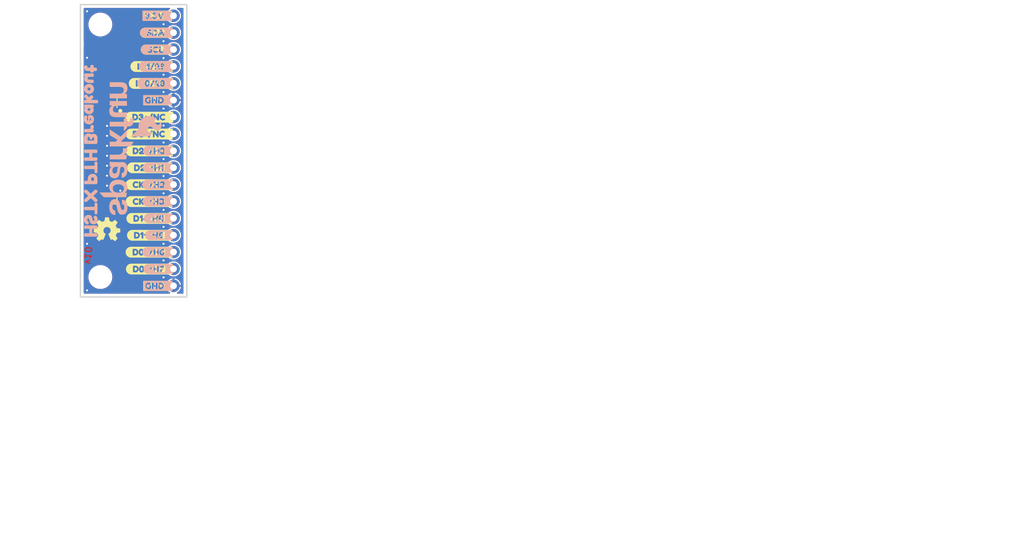
<source format=kicad_pcb>
(kicad_pcb (version 20240108) (generator "pcbnew") (generator_version "8.0")
  (title_block (title "SparkFun HSTX PTH Breakout") (rev "v10") (company "SparkFun Electronics") (comment 1 "Designed by: Alex Brudner"))
  (layers (0 "F.Cu" signal) (31 "B.Cu" signal) (35 "F.Paste" user) (36 "B.SilkS" user "B.Silkscreen") (37 "F.SilkS" user "F.Silkscreen") (38 "B.Mask" user) (39 "F.Mask" user) (44 "Edge.Cuts" user))
  (net 0 "")
  (net 1 "/D0-{slash}HSTX7")
  (net 2 "/D1-{slash}HSTX5")
  (net 3 "/3.3V")
  (net 4 "/D3-{slash}NC")
  (net 5 "GND")
  (net 6 "/D1+{slash}HSTX4")
  (net 7 "/IO0{slash}IO28")
  (net 8 "/CK-{slash}HSTX3")
  (net 9 "/SDA")
  (net 10 "/D0+{slash}HSTX6")
  (net 11 "/D3+{slash}NC")
  (net 12 "/IO1{slash}IO29")
  (net 13 "/CK+{slash}HSTX2")
  (net 14 "/D2+{slash}HSTX0")
  (net 15 "/SCL")
  (net 16 "/D2-{slash}HSTX1")
  (footprint "kibuzzard-67BF6AC0" (layer "F.Cu") (at 145.6 107.86)
    (property "Reference" "kibuzzard-67BF6AC0" (hide yes))
    (property "Value" "G***" (hide yes))
  )
  (footprint "kibuzzard-67BF6954" (layer "F.Cu") (at 146.4 100.24)
    (property "Reference" "kibuzzard-67BF6954" (hide yes))
    (property "Value" "G***" (hide yes))
  )
  (footprint "kibuzzard-67BF6A11" (layer "F.Cu") (at 145.3 125.64)
    (property "Reference" "kibuzzard-67BF6A11" (hide yes))
    (property "Value" "G***" (hide yes))
  )
  (footprint "SparkFun-Connector:1x17" (layer "F.Cu") (at 149 97.68 -90)
    (property "Reference" "J2")
    (property "Value" "Conn_01x17")
    (pad "1" thru_hole circle (at 0 0) (size 1.8796 1.8796) (drill 1.016) (layers "*.Cu" "*.Mask") (net 3 "/3.3V"))
    (pad "2" thru_hole circle (at 2.54 0) (size 1.8796 1.8796) (drill 1.016) (layers "*.Cu" "*.Mask") (net 9 "/SDA"))
    (pad "3" thru_hole circle (at 5.08 0) (size 1.8796 1.8796) (drill 1.016) (layers "*.Cu" "*.Mask") (net 15 "/SCL"))
    (pad "4" thru_hole circle (at 7.62 0) (size 1.8796 1.8796) (drill 1.016) (layers "*.Cu" "*.Mask") (net 12 "/IO1{slash}IO29"))
    (pad "5" thru_hole circle (at 10.16 0) (size 1.8796 1.8796) (drill 1.016) (layers "*.Cu" "*.Mask") (net 7 "/IO0{slash}IO28"))
    (pad "6" thru_hole circle (at 12.7 0) (size 1.8796 1.8796) (drill 1.016) (layers "*.Cu" "*.Mask") (net 5 "GND"))
    (pad "7" thru_hole circle (at 15.24 0) (size 1.8796 1.8796) (drill 1.016) (layers "*.Cu" "*.Mask") (net 11 "/D3+{slash}NC"))
    (pad "8" thru_hole circle (at 17.78 0) (size 1.8796 1.8796) (drill 1.016) (layers "*.Cu" "*.Mask") (net 4 "/D3-{slash}NC"))
    (pad "9" thru_hole circle (at 20.32 0) (size 1.8796 1.8796) (drill 1.016) (layers "*.Cu" "*.Mask") (net 14 "/D2+{slash}HSTX0"))
    (pad "10" thru_hole circle (at 22.86 0) (size 1.8796 1.8796) (drill 1.016) (layers "*.Cu" "*.Mask") (net 16 "/D2-{slash}HSTX1"))
    (pad "11" thru_hole circle (at 25.4 0) (size 1.8796 1.8796) (drill 1.016) (layers "*.Cu" "*.Mask") (net 13 "/CK+{slash}HSTX2"))
    (pad "12" thru_hole circle (at 27.94 0) (size 1.8796 1.8796) (drill 1.016) (layers "*.Cu" "*.Mask") (net 8 "/CK-{slash}HSTX3"))
    (pad "13" thru_hole circle (at 30.48 0) (size 1.8796 1.8796) (drill 1.016) (layers "*.Cu" "*.Mask") (net 6 "/D1+{slash}HSTX4"))
    (pad "14" thru_hole circle (at 33.02 0) (size 1.8796 1.8796) (drill 1.016) (layers "*.Cu" "*.Mask") (net 2 "/D1-{slash}HSTX5"))
    (pad "15" thru_hole circle (at 35.56 0) (size 1.8796 1.8796) (drill 1.016) (layers "*.Cu" "*.Mask") (net 10 "/D0+{slash}HSTX6"))
    (pad "16" thru_hole circle (at 38.1 0) (size 1.8796 1.8796) (drill 1.016) (layers "*.Cu" "*.Mask") (net 1 "/D0-{slash}HSTX7"))
    (pad "17" thru_hole circle (at 40.64 0) (size 1.8796 1.8796) (drill 1.016) (layers "*.Cu" "*.Mask") (net 5 "GND"))
  )
  (footprint "kibuzzard-67BF6A35" (layer "F.Cu") (at 145.3 133.26)
    (property "Reference" "kibuzzard-67BF6A35" (hide yes))
    (property "Value" "G***" (hide yes))
  )
  (footprint "SparkFun-Hardware:Standoff" (layer "F.Cu") (at 138 137)
    (property "Reference" "ST2")
    (property "Value" "Standoff")
    (pad "" np_thru_hole circle (at 0 0) (size 3.1 3.1) (drill 3.1) (layers "F&B.Cu" "*.Mask"))
  )
  (footprint "kibuzzard-67BF6A29" (layer "F.Cu") (at 145.3 130.72)
    (property "Reference" "kibuzzard-67BF6A29" (hide yes))
    (property "Value" "G***" (hide yes))
  )
  (footprint "SparkFun-Hardware:Standoff" (layer "F.Cu") (at 138 99)
    (property "Reference" "ST1")
    (property "Value" "Standoff")
    (pad "" np_thru_hole circle (at 0 0) (size 3.1 3.1) (drill 3.1) (layers "F&B.Cu" "*.Mask"))
  )
  (footprint "kibuzzard-67BF6A20" (layer "F.Cu") (at 145.3 128.18)
    (property "Reference" "kibuzzard-67BF6A20" (hide yes))
    (property "Value" "G***" (hide yes))
  )
  (footprint "SparkFun-Aesthetic:Fiducial_0.5mm_Mask1mm" (layer "F.Cu") (at 136 102)
    (property "Reference" "FID1")
    (property "Value" "Fiducial_0.5mm")
    (pad "" smd circle (at 0 0) (size 0.5 0.5) (layers "F.Cu" "F.Mask") (clearance 0.25))
  )
  (footprint "kibuzzard-67BF69ED" (layer "F.Cu") (at 145.35 120.56)
    (property "Reference" "kibuzzard-67BF69ED" (hide yes))
    (property "Value" "G***" (hide yes))
  )
  (footprint "kibuzzard-67BF6A06" (layer "F.Cu") (at 145.35 123.1)
    (property "Reference" "kibuzzard-67BF6A06" (hide yes))
    (property "Value" "G***" (hide yes))
  )
  (footprint "SparkFun-Aesthetic:SparkFun_Flame_5mm_Mask" (layer "F.Cu") (at 139 106)
    (property "Reference" "G***" (hide yes))
    (property "Value" "Flame" (hide yes))
  )
  (footprint "SparkFun-Aesthetic:Creative_Commons_License" (layer "F.Cu") (at 230 162.5)
    (property "Reference" "G2" (hide yes))
    (property "Value" "OSHW_Logo" (hide yes))
  )
  (footprint "kibuzzard-67BF6A49" (layer "F.Cu") (at 145.3 135.8)
    (property "Reference" "kibuzzard-67BF6A49" (hide yes))
    (property "Value" "G***" (hide yes))
  )
  (footprint "kibuzzard-67BF695F" (layer "F.Cu") (at 146.4 102.78)
    (property "Reference" "kibuzzard-67BF695F" (hide yes))
    (property "Value" "G***" (hide yes))
  )
  (footprint "kibuzzard-67BF6A52" (layer "F.Cu") (at 146.6 138.34)
    (property "Reference" "kibuzzard-67BF6A52" (hide yes))
    (property "Value" "G***" (hide yes))
  )
  (footprint "SparkFun-Connector:FPC_0.5mm-22_RA" (layer "F.Cu") (at 141 118 -90)
    (property "Reference" "J1")
    (property "Value" "Conn_01x22_FPC_0.5mm_RA")
    (pad "1" smd rect (at -5.25 0 90) (size 0.3 1.3) (layers "F.Cu" "F.Mask") (net 3 "/3.3V"))
    (pad "2" smd rect (at -4.75 0 90) (size 0.3 1.3) (layers "F.Cu" "F.Mask") (net 9 "/SDA"))
    (pad "3" smd rect (at -4.25 0 90) (size 0.3 1.3) (layers "F.Cu" "F.Mask") (net 15 "/SCL"))
    (pad "4" smd rect (at -3.75 0 90) (size 0.3 1.3) (layers "F.Cu" "F.Mask") (net 5 "GND"))
    (pad "5" smd rect (at -3.25 0 90) (size 0.3 1.3) (layers "F.Cu" "F.Mask") (net 12 "/IO1{slash}IO29"))
    (pad "6" smd rect (at -2.75 0 90) (size 0.3 1.3) (layers "F.Cu" "F.Mask") (net 7 "/IO0{slash}IO28"))
    (pad "7" smd rect (at -2.25 0 90) (size 0.3 1.3) (layers "F.Cu" "F.Mask") (net 5 "GND"))
    (pad "8" smd rect (at -1.75 0 90) (size 0.3 1.3) (layers "F.Cu" "F.Mask") (net 11 "/D3+{slash}NC"))
    (pad "9" smd rect (at -1.25 0 90) (size 0.3 1.3) (layers "F.Cu" "F.Mask") (net 4 "/D3-{slash}NC"))
    (pad "10" smd rect (at -0.75 0 90) (size 0.3 1.3) (layers "F.Cu" "F.Mask") (net 5 "GND"))
    (pad "11" smd rect (at -0.25 0 90) (size 0.3 1.3) (layers "F.Cu" "F.Mask") (net 14 "/D2+{slash}HSTX0"))
    (pad "12" smd rect (at 0.25 0 90) (size 0.3 1.3) (layers "F.Cu" "F.Mask") (net 16 "/D2-{slash}HSTX1"))
    (pad "13" smd rect (at 0.75 0 90) (size 0.3 1.3) (layers "F.Cu" "F.Mask") (net 5 "GND"))
    (pad "14" smd rect (at 1.25 0 90) (size 0.3 1.3) (layers "F.Cu" "F.Mask") (net 13 "/CK+{slash}HSTX2"))
    (pad "15" smd rect (at 1.75 0 90) (size 0.3 1.3) (layers "F.Cu" "F.Mask") (net 8 "/CK-{slash}HSTX3"))
    (pad "16" smd rect (at 2.25 0 90) (size 0.3 1.3) (layers "F.Cu" "F.Mask") (net 5 "GND"))
    (pad "17" smd rect (at 2.75 0 90) (size 0.3 1.3) (layers "F.Cu" "F.Mask") (net 6 "/D1+{slash}HSTX4"))
    (pad "18" smd rect (at 3.25 0 90) (size 0.3 1.3) (layers "F.Cu" "F.Mask") (net 2 "/D1-{slash}HSTX5"))
    (pad "19" smd rect (at 3.75 0 90) (size 0.3 1.3) (layers "F.Cu" "F.Mask") (net 5 "GND"))
    (pad "20" smd rect (at 4.25 0 90) (size 0.3 1.3) (layers "F.Cu" "F.Mask") (net 10 "/D0+{slash}HSTX6"))
    (pad "21" smd rect (at 4.75 0 90) (size 0.3 1.3) (layers "F.Cu" "F.Mask") (net 1 "/D0-{slash}HSTX7"))
    (pad "22" smd rect (at 5.25 0 90) (size 0.3 1.3) (layers "F.Cu" "F.Mask") (net 5 "GND"))
    (pad "NC" smd rect (at -6.95 2.68) (size 1.6 2) (layers "F.Cu" "F.Paste" "F.Mask"))
    (pad "NC" smd rect (at 6.95 2.68) (size 1.6 2) (layers "F.Cu" "F.Paste" "F.Mask"))
  )
  (footprint "kibuzzard-67BF6833" (layer "F.Cu") (at 146.6 97.68)
    (property "Reference" "kibuzzard-67BF6833" (hide yes))
    (property "Value" "G***" (hide yes))
  )
  (footprint "SparkFun-Aesthetic:OSHW_Logo_4mm" (layer "F.Cu") (at 139 130)
    (property "Reference" "Ref**" (hide yes))
    (property "Value" "Val**" (hide yes))
  )
  (footprint "kibuzzard-67BF69DC" (layer "F.Cu") (at 145.35 118.02)
    (property "Reference" "kibuzzard-67BF69DC" (hide yes))
    (property "Value" "G***" (hide yes))
  )
  (footprint "kibuzzard-67BF69C7" (layer "F.Cu") (at 145.35 115.48)
    (property "Reference" "kibuzzard-67BF69C7" (hide yes))
    (property "Value" "G***" (hide yes))
  )
  (footprint "kibuzzard-67BF699A" (layer "F.Cu") (at 146.6 110.4)
    (property "Reference" "kibuzzard-67BF699A" (hide yes))
    (property "Value" "G***" (hide yes))
  )
  (footprint "SparkFun-Aesthetic:Fiducial_0.5mm_Mask1mm" (layer "F.Cu") (at 141 135)
    (property "Reference" "FID2")
    (property "Value" "Fiducial_0.5mm")
    (pad "" smd circle (at 0 0) (size 0.5 0.5) (layers "F.Cu" "F.Mask") (clearance 0.25))
  )
  (footprint "kibuzzard-67BF697D" (layer "F.Cu") (at 145.7 105.32)
    (property "Reference" "kibuzzard-67BF697D" (hide yes))
    (property "Value" "G***" (hide yes))
  )
  (footprint "kibuzzard-67BF69B8" (layer "F.Cu") (at 145.35 112.94)
    (property "Reference" "kibuzzard-67BF69B8" (hide yes))
    (property "Value" "G***" (hide yes))
  )
  (footprint "kibuzzard-67BF6F48" (layer "B.Cu") (at 146.6 120.54 180)
    (property "Reference" "kibuzzard-67BF6F48" (hide yes))
    (property "Value" "G***" (hide yes))
  )
  (footprint "kibuzzard-67BF6F6F" (layer "B.Cu") (at 146.7 135.78 180)
    (property "Reference" "kibuzzard-67BF6F6F" (hide yes))
    (property "Value" "G***" (hide yes))
  )
  (footprint "kibuzzard-67BF6F54" (layer "B.Cu") (at 146.6 125.62 180)
    (property "Reference" "kibuzzard-67BF6F54" (hide yes))
    (property "Value" "G***" (hide yes))
  )
  (footprint "kibuzzard-67BF6D28" (layer "B.Cu") (at 146.4 100.22 180)
    (property "Reference" "kibuzzard-67BF6D28" (hide yes))
    (property "Value" "G***" (hide yes))
  )
  (footprint "kibuzzard-67BF6D37" (layer "B.Cu") (at 146.4 102.76 180)
    (property "Reference" "kibuzzard-67BF6D37" (hide yes))
    (property "Value" "G***" (hide yes))
  )
  (footprint "kibuzzard-67BF6D5F" (layer "B.Cu") (at 146.6 110.38 180)
    (property "Reference" "kibuzzard-67BF6D5F" (hide yes))
    (property "Value" "G***" (hide yes))
  )
  (footprint "kibuzzard-67BF6DE3" (layer "B.Cu") (at 146.7 138.32 180)
    (property "Reference" "kibuzzard-67BF6DE3" (hide yes))
    (property "Value" "G***" (hide yes))
  )
  (footprint "kibuzzard-67BF6FC2" (layer "B.Cu") (at 146.2 107.84 180)
    (property "Reference" "kibuzzard-67BF6FC2" (hide yes))
    (property "Value" "G***" (hide yes))
  )
  (footprint "kibuzzard-67BF6F6A" (layer "B.Cu") (at 146.6 133.24 180)
    (property "Reference" "kibuzzard-67BF6F6A" (hide yes))
    (property "Value" "G***" (hide yes))
  )
  (footprint "kibuzzard-67BF6F3F" (layer "B.Cu") (at 146.6 118 180)
    (property "Reference" "kibuzzard-67BF6F3F" (hide yes))
    (property "Value" "G***" (hide yes))
  )
  (footprint "kibuzzard-67BF6F60" (layer "B.Cu") (at 146.8 130.7 180)
    (property "Reference" "kibuzzard-67BF6F60" (hide yes))
    (property "Value" "G***" (hide yes))
  )
  (footprint "kibuzzard-67BF6752" (layer "B.Cu") (at 136.6 118 90)
    (property "Reference" "kibuzzard-67BF6752" (hide yes))
    (property "Value" "G***" (hide yes))
  )
  (footprint "kibuzzard-67BF6D17" (layer "B.Cu") (at 146.5 97.68 180)
    (property "Reference" "kibuzzard-67BF6D17" (hide yes))
    (property "Value" "G***" (hide yes))
  )
  (footprint "kibuzzard-67BF6FC7" (layer "B.Cu") (at 146.3 105.3 180)
    (property "Reference" "kibuzzard-67BF6FC7" (hide yes))
    (property "Value" "G***" (hide yes))
  )
  (footprint "kibuzzard-67BF6F4E" (layer "B.Cu") (at 146.6 123.08 180)
    (property "Reference" "kibuzzard-67BF6F4E" (hide yes))
    (property "Value" "G***" (hide yes))
  )
  (footprint "SparkFun-Aesthetic:SparkFun_Logo_20mm" (layer "B.Cu") (at 140.8 118 90)
    (property "Reference" "G***" (hide yes))
    (property "Value" "LOGO" (hide yes))
  )
  (footprint "kibuzzard-67BF6F5A" (layer "B.Cu") (at 146.7 128.16 180)
    (property "Reference" "kibuzzard-67BF6F5A" (hide yes))
    (property "Value" "G***" (hide yes))
  )
  (gr_line (start 151 140) (end 135 140) (stroke (width 0.2)) (layer "Edge.Cuts"))
  (gr_line (start 135 140) (end 135 96) (stroke (width 0.2)) (layer "Edge.Cuts"))
  (gr_line (start 151 96) (end 151 140) (stroke (width 0.2)) (layer "Edge.Cuts"))
  (gr_line (start 135 96) (end 151 96) (stroke (width 0.2)) (layer "Edge.Cuts"))
  (gr_text "v10" (at 135.58 135.2 270) (layer "B.Cu" knockout) (effects (font (size 1 1) (thickness 0.2) (bold yes)) (justify left bottom mirror)))
  (segment (start 144.65 134.75) (end 146.61 134.75) (width 0.2) (layer "F.Cu") (net 1))
  (segment (start 147.64 135.78) (end 149 135.78) (width 0.2) (layer "F.Cu") (net 1))
  (segment (start 146.61 134.75) (end 147.64 135.78) (width 0.2) (layer "F.Cu") (net 1))
  (segment (start 142.6 132.7) (end 144.65 134.75) (width 0.2) (layer "F.Cu") (net 1))
  (segment (start 141 122.75) (end 141.934314 122.75) (width 0.2) (layer "F.Cu") (net 1))
  (segment (start 142.6 123.415686) (end 142.6 132.7) (width 0.2) (layer "F.Cu") (net 1))
  (segment (start 141.934314 122.75) (end 142.6 123.415686) (width 0.2) (layer "F.Cu") (net 1))
  (segment (start 142.35 121.25) (end 143.8 122.7) (width 0.2) (layer "F.Cu") (net 2))
  (segment (start 143.8 122.7) (end 143.8 128.1) (width 0.2) (layer "F.Cu") (net 2))
  (segment (start 145.4 129.7) (end 146.61 129.7) (width 0.2) (layer "F.Cu") (net 2))
  (segment (start 141 121.25) (end 142.35 121.25) (width 0.2) (layer "F.Cu") (net 2))
  (segment (start 146.61 129.7) (end 147.61 130.7) (width 0.2) (layer "F.Cu") (net 2))
  (segment (start 143.8 128.1) (end 145.4 129.7) (width 0.2) (layer "F.Cu") (net 2))
  (segment (start 147.61 130.7) (end 149 130.7) (width 0.2) (layer "F.Cu") (net 2))
  (segment (start 141 112.75) (end 142.05 112.75) (width 0.3) (layer "F.Cu") (net 3))
  (segment (start 143 111.8) (end 143 101.85) (width 0.3) (layer "F.Cu") (net 3))
  (segment (start 142.05 112.75) (end 143 111.8) (width 0.3) (layer "F.Cu") (net 3))
  (segment (start 143 101.85) (end 147.17 97.68) (width 0.3) (layer "F.Cu") (net 3))
  (segment (start 147.17 97.68) (end 149 97.68) (width 0.3) (layer "F.Cu") (net 3))
  (segment (start 145.8 114.45) (end 143.5 116.75) (width 0.2) (layer "F.Cu") (net 4))
  (segment (start 149 115.46) (end 147.61 115.46) (width 0.2) (layer "F.Cu") (net 4))
  (segment (start 147.61 115.46) (end 146.6 114.45) (width 0.2) (layer "F.Cu") (net 4))
  (segment (start 146.6 114.45) (end 145.8 114.45) (width 0.2) (layer "F.Cu") (net 4))
  (segment (start 143.5 116.75) (end 141 116.75) (width 0.2) (layer "F.Cu") (net 4))
  (via (at 147.5 132) (size 0.6) (drill 0.3) (layers "F.Cu" "B.Cu") (net 5))
  (via (at 147.5 104.05) (size 0.6) (drill 0.3) (layers "F.Cu" "B.Cu") (net 5))
  (via (at 147.5 98.95) (size 0.6) (drill 0.3) (layers "F.Cu" "B.Cu") (net 5))
  (via (at 147.5 106.55) (size 0.6) (drill 0.3) (layers "F.Cu" "B.Cu") (net 5))
  (via (at 139 120.25) (size 0.6) (drill 0.3) (layers "F.Cu" "B.Cu") (net 5))
  (via (at 147.5 121.8) (size 0.6) (drill 0.3) (layers "F.Cu" "B.Cu") (net 5))
  (via (at 139 114.25) (size 0.6) (drill 0.3) (layers "F.Cu" "B.Cu") (net 5))
  (via (at 139 121.75) (size 0.6) (drill 0.3) (layers "F.Cu" "B.Cu") (net 5))
  (via (at 147.5 124.4) (size 0.6) (drill 0.3) (layers "F.Cu" "B.Cu") (net 5))
  (via (at 147.5 109.15) (size 0.6) (drill 0.3) (layers "F.Cu" "B.Cu") (net 5))
  (via (at 147.5 119.25) (size 0.6) (drill 0.3) (layers "F.Cu" "B.Cu") (net 5))
  (via (at 139 115.75) (size 0.6) (drill 0.3) (layers "F.Cu" "B.Cu") (net 5))
  (via (at 147.5 116.75) (size 0.6) (drill 0.3) (layers "F.Cu" "B.Cu") (net 5))
  (via (at 147.5 114.2) (size 0.6) (drill 0.3) (layers "F.Cu" "B.Cu") (net 5))
  (via (at 147.5 134.5) (size 0.6) (drill 0.3) (layers "F.Cu" "B.Cu") (net 5))
  (via (at 136 104) (size 0.6) (drill 0.3) (layers "F.Cu" "B.Cu") (net 5))
  (via (at 147.5 101.5) (size 0.6) (drill 0.3) (layers "F.Cu" "B.Cu") (net 5))
  (via (at 141 124) (size 0.6) (drill 0.3) (layers "F.Cu" "B.Cu") (net 5))
  (via (at 139 117.25) (size 0.6) (drill 0.3) (layers "F.Cu" "B.Cu") (net 5))
  (via (at 139 118.75) (size 0.6) (drill 0.3) (layers "F.Cu" "B.Cu") (net 5))
  (via (at 139 123.25) (size 0.6) (drill 0.3) (layers "F.Cu" "B.Cu") (net 5))
  (via (at 136 139) (size 0.6) (drill 0.3) (layers "F.Cu" "B.Cu") (net 5))
  (via (at 136 132) (size 0.6) (drill 0.3) (layers "F.Cu" "B.Cu") (net 5))
  (via (at 147.5 137.05) (size 0.6) (drill 0.3) (layers "F.Cu" "B.Cu") (net 5))
  (via (at 136 97) (size 0.6) (drill 0.3) (layers "F.Cu" "B.Cu") (net 5))
  (via (at 147.5 129.45) (size 0.6) (drill 0.3) (layers "F.Cu" "B.Cu") (net 5))
  (via (at 147.5 111.65) (size 0.6) (drill 0.3) (layers "F.Cu" "B.Cu") (net 5))
  (via (at 147.5 126.9) (size 0.6) (drill 0.3) (layers "F.Cu" "B.Cu") (net 5))
  (segment (start 144.2 127.934314) (end 144.2 122.534314) (width 0.2) (layer "F.Cu") (net 6))
  (segment (start 149 128.16) (end 147.63 128.16) (width 0.2) (layer "F.Cu") (net 6))
  (segment (start 142.415686 120.75) (end 141 120.75) (width 0.2) (layer "F.Cu") (net 6))
  (segment (start 147.63 128.16) (end 146.59 129.2) (width 0.2) (layer "F.Cu") (net 6))
  (segment (start 145.465686 129.2) (end 144.2 127.934314) (width 0.2) (layer "F.Cu") (net 6))
  (segment (start 146.59 129.2) (end 145.465686 129.2) (width 0.2) (layer "F.Cu") (net 6))
  (segment (start 144.2 122.534314) (end 142.415686 120.75) (width 0.2) (layer "F.Cu") (net 6))
  (segment (start 146.3 109.2) (end 147.66 107.84) (width 0.2) (layer "F.Cu") (net 7))
  (segment (start 141 115.25) (end 143.1 115.25) (width 0.2) (layer "F.Cu") (net 7))
  (segment (start 143.1 115.25) (end 146.3 112.05) (width 0.2) (layer "F.Cu") (net 7))
  (segment (start 147.66 107.84) (end 149 107.84) (width 0.2) (layer "F.Cu") (net 7))
  (segment (start 146.3 112.05) (end 146.3 109.2) (width 0.2) (layer "F.Cu") (net 7))
  (segment (start 149 125.65) (end 147.61 125.65) (width 0.2) (layer "F.Cu") (net 8))
  (segment (start 145.784314 124.6) (end 145 123.815686) (width 0.2) (layer "F.Cu") (net 8))
  (segment (start 145 123.815686) (end 145 122) (width 0.2) (layer "F.Cu") (net 8))
  (segment (start 147.61 125.65) (end 146.56 124.6) (width 0.2) (layer "F.Cu") (net 8))
  (segment (start 142.75 119.75) (end 141 119.75) (width 0.2) (layer "F.Cu") (net 8))
  (segment (start 146.56 124.6) (end 145.784314 124.6) (width 0.2) (layer "F.Cu") (net 8))
  (segment (start 145 122) (end 142.75 119.75) (width 0.2) (layer "F.Cu") (net 8))
  (segment (start 147.63 100.22) (end 149 100.22) (width 0.2) (layer "F.Cu") (net 9))
  (segment (start 142.65 113.25) (end 144.25 111.65) (width 0.2) (layer "F.Cu") (net 9))
  (segment (start 141 113.25) (end 142.65 113.25) (width 0.2) (layer "F.Cu") (net 9))
  (segment (start 144.25 111.65) (end 144.25 103.6) (width 0.2) (layer "F.Cu") (net 9))
  (segment (start 144.25 103.6) (end 147.63 100.22) (width 0.2) (layer "F.Cu") (net 9))
  (segment (start 143 132.534314) (end 143 123.25) (width 0.2) (layer "F.Cu") (net 10))
  (segment (start 146.59 134.25) (end 144.715686 134.25) (width 0.2) (layer "F.Cu") (net 10))
  (segment (start 144.715686 134.25) (end 143 132.534314) (width 0.2) (layer "F.Cu") (net 10))
  (segment (start 147.6 133.24) (end 146.59 134.25) (width 0.2) (layer "F.Cu") (net 10))
  (segment (start 142 122.25) (end 141 122.25) (width 0.2) (layer "F.Cu") (net 10))
  (segment (start 149 133.24) (end 147.6 133.24) (width 0.2) (layer "F.Cu") (net 10))
  (segment (start 143 123.25) (end 142 122.25) (width 0.2) (layer "F.Cu") (net 10))
  (segment (start 146.6 113.95) (end 145.7 113.95) (width 0.2) (layer "F.Cu") (net 11))
  (segment (start 149 112.92) (end 147.63 112.92) (width 0.2) (layer "F.Cu") (net 11))
  (segment (start 143.4 116.25) (end 141 116.25) (width 0.2) (layer "F.Cu") (net 11))
  (segment (start 145.7 113.95) (end 143.4 116.25) (width 0.2) (layer "F.Cu") (net 11))
  (segment (start 147.63 112.92) (end 146.6 113.95) (width 0.2) (layer "F.Cu") (net 11))
  (segment (start 145.8 107.075) (end 147.575 105.3) (width 0.2) (layer "F.Cu") (net 12))
  (segment (start 143.034314 114.75) (end 145.8 111.984314) (width 0.2) (layer "F.Cu") (net 12))
  (segment (start 145.8 111.984314) (end 145.8 107.075) (width 0.2) (layer "F.Cu") (net 12))
  (segment (start 147.575 105.3) (end 149 105.3) (width 0.2) (layer "F.Cu") (net 12))
  (segment (start 141 114.75) (end 143.034314 114.75) (width 0.2) (layer "F.Cu") (net 12))
  (segment (start 147.63 123.11) (end 146.54 124.2) (width 0.2) (layer "F.Cu") (net 13))
  (segment (start 145.4 123.65) (end 145.4 121.834314) (width 0.2) (layer "F.Cu") (net 13))
  (segment (start 146.54 124.2) (end 145.95 124.2) (width 0.2) (layer "F.Cu") (net 13))
  (segment (start 145.95 124.2) (end 145.4 123.65) (width 0.2) (layer "F.Cu") (net 13))
  (segment (start 142.815686 119.25) (end 141 119.25) (width 0.2) (layer "F.Cu") (net 13))
  (segment (start 149 123.11) (end 147.63 123.11) (width 0.2) (layer "F.Cu") (net 13))
  (segment (start 145.4 121.834314) (end 142.815686 119.25) (width 0.2) (layer "F.Cu") (net 13))
  (segment (start 143.315686 117.75) (end 141 117.75) (width 0.2) (layer "F.Cu") (net 14))
  (segment (start 147.57 118) (end 146.52 119.05) (width 0.2) (layer "F.Cu") (net 14))
  (segment (start 146.52 119.05) (end 144.615686 119.05) (width 0.2) (layer "F.Cu") (net 14))
  (segment (start 149 118) (end 147.57 118) (width 0.2) (layer "F.Cu") (net 14))
  (segment (start 144.615686 119.05) (end 143.315686 117.75) (width 0.2) (layer "F.Cu") (net 14))
  (segment (start 144.65 111.815686) (end 144.65 105.75) (width 0.2) (layer "F.Cu") (net 15))
  (segment (start 142.715686 113.75) (end 144.65 111.815686) (width 0.2) (layer "F.Cu") (net 15))
  (segment (start 144.65 105.75) (end 147.64 102.76) (width 0.2) (layer "F.Cu") (net 15))
  (segment (start 141 113.75) (end 142.715686 113.75) (width 0.2) (layer "F.Cu") (net 15))
  (segment (start 147.64 102.76) (end 149 102.76) (width 0.2) (layer "F.Cu") (net 15))
  (segment (start 147.6 120.54) (end 146.51 119.45) (width 0.2) (layer "F.Cu") (net 16))
  (segment (start 146.51 119.45) (end 144.45 119.45) (width 0.2) (layer "F.Cu") (net 16))
  (segment (start 144.45 119.45) (end 143.25 118.25) (width 0.2) (layer "F.Cu") (net 16))
  (segment (start 143.25 118.25) (end 141 118.25) (width 0.2) (layer "F.Cu") (net 16))
  (segment (start 149 120.54) (end 147.6 120.54) (width 0.2) (layer "F.Cu") (net 16))
  (zone (net 5) (net_name "GND") (layers "F&B.Cu") (name "GND") (connect_pads (clearance 0.2)) (min_thickness 0.2) (fill yes (thermal_gap 0.2) (thermal_bridge_width 0.3))
    (polygon (pts (xy 135 96) (xy 135 140) (xy 151 140) (xy 151 96)))
  )
)
</source>
